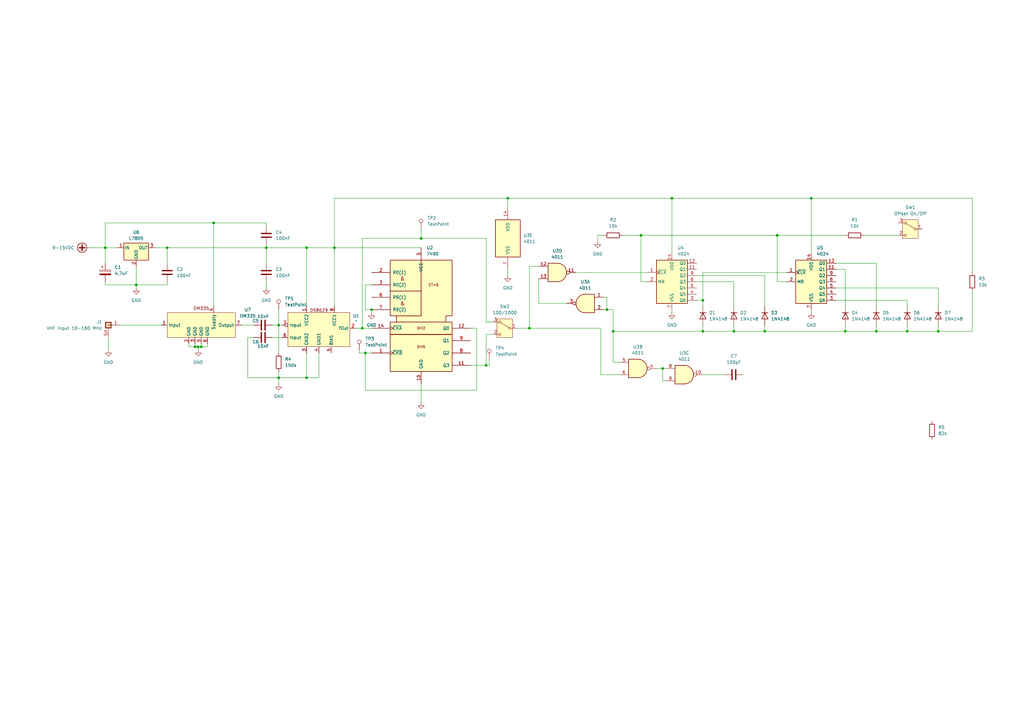
<source format=kicad_sch>
(kicad_sch (version 20231120) (generator "eeschema") (generator_version "8.0")
  (paper "A3")
  (title_block (title "160 - 200 MHz prescaler ") (rev "1") (company "Based on Jan Soelberg 18461"))
  (lib_symbols
    (symbol "4xxx:4011" (pin_names (offset 1.016))
      (property "Reference" "U" (at 0 1.27 0))
      (property "Value" "4011" (at 0 -1.27 0))
      (symbol "4011_1_1"
        (arc (start 0 -3.81) (mid 3.7934 0) (end 0 3.81) (stroke (width 0.254)) (fill (type background)))
        (polyline (pts (xy 0 3.81) (xy -3.81 3.81) (xy -3.81 -3.81) (xy 0 -3.81)) (stroke (width 0.254)) (fill (type background)))
        (pin input line (at -7.62 2.54 0) (length 3.81) (name "~") (number "1"))
        (pin input line (at -7.62 -2.54 0) (length 3.81) (name "~") (number "2"))
        (pin output inverted (at 7.62 0 180) (length 3.81) (name "~") (number "3"))
      )
      (symbol "4011_1_2"
        (arc (start -3.81 -3.81) (mid -2.589 0) (end -3.81 3.81) (stroke (width 0.254)))
        (arc (start -0.6096 -3.81) (mid 2.1842 -2.5851) (end 3.81 0) (stroke (width 0.254)) (fill (type background)))
        (polyline (pts (xy -3.81 -3.81) (xy -0.635 -3.81)) (stroke (width 0.254)) (fill (type background)))
        (polyline (pts (xy -3.81 3.81) (xy -0.635 3.81)) (stroke (width 0.254)) (fill (type background)))
        (polyline (pts (xy -0.635 3.81) (xy -3.81 3.81) (xy -3.81 3.81) (xy -3.556 3.4036) (xy -3.0226 2.2606) (xy -2.6924 1.0414) (xy -2.6162 -0.254) (xy -2.7686 -1.4986) (xy -3.175 -2.7178) (xy -3.81 -3.81) (xy -3.81 -3.81) (xy -0.635 -3.81)) (stroke (width -25.4)) (fill (type background)))
        (arc (start 3.81 0) (mid 2.1915 2.5936) (end -0.6096 3.81) (stroke (width 0.254)) (fill (type background)))
        (pin input inverted (at -7.62 2.54 0) (length 4.318) (name "~") (number "1"))
        (pin input inverted (at -7.62 -2.54 0) (length 4.318) (name "~") (number "2"))
        (pin output line (at 7.62 0 180) (length 3.81) (name "~") (number "3"))
      )
      (symbol "4011_2_1"
        (arc (start 0 -3.81) (mid 3.7934 0) (end 0 3.81) (stroke (width 0.254)) (fill (type background)))
        (polyline (pts (xy 0 3.81) (xy -3.81 3.81) (xy -3.81 -3.81) (xy 0 -3.81)) (stroke (width 0.254)) (fill (type background)))
        (pin output inverted (at 7.62 0 180) (length 3.81) (name "~") (number "4"))
        (pin input line (at -7.62 2.54 0) (length 3.81) (name "~") (number "5"))
        (pin input line (at -7.62 -2.54 0) (length 3.81) (name "~") (number "6"))
      )
      (symbol "4011_2_2"
        (arc (start -3.81 -3.81) (mid -2.589 0) (end -3.81 3.81) (stroke (width 0.254)))
        (arc (start -0.6096 -3.81) (mid 2.1842 -2.5851) (end 3.81 0) (stroke (width 0.254)) (fill (type background)))
        (polyline (pts (xy -3.81 -3.81) (xy -0.635 -3.81)) (stroke (width 0.254)) (fill (type background)))
        (polyline (pts (xy -3.81 3.81) (xy -0.635 3.81)) (stroke (width 0.254)) (fill (type background)))
        (polyline (pts (xy -0.635 3.81) (xy -3.81 3.81) (xy -3.81 3.81) (xy -3.556 3.4036) (xy -3.0226 2.2606) (xy -2.6924 1.0414) (xy -2.6162 -0.254) (xy -2.7686 -1.4986) (xy -3.175 -2.7178) (xy -3.81 -3.81) (xy -3.81 -3.81) (xy -0.635 -3.81)) (stroke (width -25.4)) (fill (type background)))
        (arc (start 3.81 0) (mid 2.1915 2.5936) (end -0.6096 3.81) (stroke (width 0.254)) (fill (type background)))
        (pin output line (at 7.62 0 180) (length 3.81) (name "~") (number "4"))
        (pin input inverted (at -7.62 2.54 0) (length 4.318) (name "~") (number "5"))
        (pin input inverted (at -7.62 -2.54 0) (length 4.318) (name "~") (number "6"))
      )
      (symbol "4011_3_1"
        (arc (start 0 -3.81) (mid 3.7934 0) (end 0 3.81) (stroke (width 0.254)) (fill (type background)))
        (polyline (pts (xy 0 3.81) (xy -3.81 3.81) (xy -3.81 -3.81) (xy 0 -3.81)) (stroke (width 0.254)) (fill (type background)))
        (pin output inverted (at 7.62 0 180) (length 3.81) (name "~") (number "10"))
        (pin input line (at -7.62 2.54 0) (length 3.81) (name "~") (number "8"))
        (pin input line (at -7.62 -2.54 0) (length 3.81) (name "~") (number "9"))
      )
      (symbol "4011_3_2"
        (arc (start -3.81 -3.81) (mid -2.589 0) (end -3.81 3.81) (stroke (width 0.254)))
        (arc (start -0.6096 -3.81) (mid 2.1842 -2.5851) (end 3.81 0) (stroke (width 0.254)) (fill (type background)))
        (polyline (pts (xy -3.81 -3.81) (xy -0.635 -3.81)) (stroke (width 0.254)) (fill (type background)))
        (polyline (pts (xy -3.81 3.81) (xy -0.635 3.81)) (stroke (width 0.254)) (fill (type background)))
        (polyline (pts (xy -0.635 3.81) (xy -3.81 3.81) (xy -3.81 3.81) (xy -3.556 3.4036) (xy -3.0226 2.2606) (xy -2.6924 1.0414) (xy -2.6162 -0.254) (xy -2.7686 -1.4986) (xy -3.175 -2.7178) (xy -3.81 -3.81) (xy -3.81 -3.81) (xy -0.635 -3.81)) (stroke (width -25.4)) (fill (type background)))
        (arc (start 3.81 0) (mid 2.1915 2.5936) (end -0.6096 3.81) (stroke (width 0.254)) (fill (type background)))
        (pin output line (at 7.62 0 180) (length 3.81) (name "~") (number "10"))
        (pin input inverted (at -7.62 2.54 0) (length 4.318) (name "~") (number "8"))
        (pin input inverted (at -7.62 -2.54 0) (length 4.318) (name "~") (number "9"))
      )
      (symbol "4011_4_1"
        (arc (start 0 -3.81) (mid 3.7934 0) (end 0 3.81) (stroke (width 0.254)) (fill (type background)))
        (polyline (pts (xy 0 3.81) (xy -3.81 3.81) (xy -3.81 -3.81) (xy 0 -3.81)) (stroke (width 0.254)) (fill (type background)))
        (pin output inverted (at 7.62 0 180) (length 3.81) (name "~") (number "11"))
        (pin input line (at -7.62 2.54 0) (length 3.81) (name "~") (number "12"))
        (pin input line (at -7.62 -2.54 0) (length 3.81) (name "~") (number "13"))
      )
      (symbol "4011_4_2"
        (arc (start -3.81 -3.81) (mid -2.589 0) (end -3.81 3.81) (stroke (width 0.254)))
        (arc (start -0.6096 -3.81) (mid 2.1842 -2.5851) (end 3.81 0) (stroke (width 0.254)) (fill (type background)))
        (polyline (pts (xy -3.81 -3.81) (xy -0.635 -3.81)) (stroke (width 0.254)) (fill (type background)))
        (polyline (pts (xy -3.81 3.81) (xy -0.635 3.81)) (stroke (width 0.254)) (fill (type background)))
        (polyline (pts (xy -0.635 3.81) (xy -3.81 3.81) (xy -3.81 3.81) (xy -3.556 3.4036) (xy -3.0226 2.2606) (xy -2.6924 1.0414) (xy -2.6162 -0.254) (xy -2.7686 -1.4986) (xy -3.175 -2.7178) (xy -3.81 -3.81) (xy -3.81 -3.81) (xy -0.635 -3.81)) (stroke (width -25.4)) (fill (type background)))
        (arc (start 3.81 0) (mid 2.1915 2.5936) (end -0.6096 3.81) (stroke (width 0.254)) (fill (type background)))
        (pin output line (at 7.62 0 180) (length 3.81) (name "~") (number "11"))
        (pin input inverted (at -7.62 2.54 0) (length 4.318) (name "~") (number "12"))
        (pin input inverted (at -7.62 -2.54 0) (length 4.318) (name "~") (number "13"))
      )
      (symbol "4011_5_0"
        (pin power_in line (at 0 12.7 270) (length 5.08) (name "VDD") (number "14"))
        (pin power_in line (at 0 -12.7 90) (length 5.08) (name "VSS") (number "7"))
      )
      (symbol "4011_5_1"
        (rectangle (start -5.08 7.62) (end 5.08 -7.62) (stroke (width 0.254)) (fill (type background)))
      )
    )
    (symbol "4xxx_IEEE:4024"
      (property "Reference" "U" (at 5.08 11.43 0))
      (property "Value" "4024" (at 10.16 -10.16 0))
      (symbol "4024_0_0"
        (rectangle (start -6.35 10.16) (end 6.35 -7.62) (stroke (width 0.254)) (fill (type background)))
        (pin power_in line (at 0 12.7 270) (length 2.54) (name "VDD") (number "14"))
        (pin power_in line (at 0 -10.16 90) (length 2.54) (name "VSS") (number "7"))
      )
      (symbol "4024_1_1"
        (pin input clock (at -10.16 5.08 0) (length 3.81) (name "~{CLK}") (number "1"))
        (pin output line (at 10.16 6.35 180) (length 3.81) (name "Q1") (number "11"))
        (pin output line (at 10.16 8.89 180) (length 3.81) (name "Q0") (number "12"))
        (pin input line (at -10.16 1.27 0) (length 3.81) (name "MR") (number "2"))
        (pin output line (at 10.16 -6.35 180) (length 3.81) (name "Q6") (number "3"))
        (pin output line (at 10.16 -3.81 180) (length 3.81) (name "Q5") (number "4"))
        (pin output line (at 10.16 -1.27 180) (length 3.81) (name "Q4") (number "5"))
        (pin output line (at 10.16 1.27 180) (length 3.81) (name "Q3") (number "6"))
        (pin output line (at 10.16 3.81 180) (length 3.81) (name "Q2") (number "9"))
      )
    )
    (symbol "74xx_IEEE:7490" (pin_names (offset 1.016))
      (property "Reference" "U" (at 17.78 30.48 0))
      (property "Value" "7490" (at 10.16 -5.08 0))
      (symbol "7490_0_0"
        (rectangle (start -12.7 12.7) (end 12.7 -2.54) (stroke (width 0.254)) (fill (type background)))
        (rectangle (start -12.7 17.78) (end 12.7 12.7) (stroke (width 0.254)) (fill (type background)))
        (polyline (pts (xy 0 30.48) (xy -12.7 30.48) (xy -12.7 30.48)) (stroke (width 0.254)) (fill (type background)))
        (polyline (pts (xy 0 43.18) (xy 0 30.48) (xy 0 30.48)) (stroke (width 0.254)) (fill (type background)))
        (polyline (pts (xy 0 30.48) (xy 0 20.32) (xy -10.16 20.32) (xy -10.16 20.32)) (stroke (width 0.254)) (fill (type background)))
        (polyline (pts (xy -10.16 17.78) (xy -10.16 20.32) (xy -12.7 20.32) (xy -12.7 43.18) (xy 12.7 43.18) (xy 12.7 20.32) (xy 10.16 20.32) (xy 10.16 17.78) (xy 10.16 17.78)) (stroke (width 0.254)) (fill (type background)))
        (text "&" (at -7.62 25.4 0) (effects (font (size 1.524 1.524))))
        (text "&" (at -7.62 35.56 0) (effects (font (size 1.524 1.524))))
        (text "CT=0" (at 5.08 33.02 0) (effects (font (size 1.016 1.016))))
        (text "DIV2" (at 0 15.24 0) (effects (font (size 1.016 1.016))))
        (text "DIV5" (at 0 7.62 0) (effects (font (size 1.016 1.016))))
        (pin power_in line (at 0 -7.62 90) (length 5.08) (name "GND") (number "10"))
        (pin power_in line (at 0 48.26 270) (length 5.08) (name "VCC") (number "5"))
      )
      (symbol "7490_1_1"
        (pin input clock (at -20.32 5.08 0) (length 7.62) (name "~{CKB}") (number "1"))
        (pin output line (at 20.32 0 180) (length 7.62) (name "Q3") (number "11"))
        (pin output line (at 20.32 15.24 180) (length 7.62) (name "Q0") (number "12"))
        (pin input clock (at -20.32 15.24 0) (length 7.62) (name "~{CKA}") (number "14"))
        (pin input line (at -20.32 38.1 0) (length 7.62) (name "R0(1)") (number "2"))
        (pin input line (at -20.32 33.02 0) (length 7.62) (name "R0(2)") (number "3"))
        (pin input line (at -20.32 27.94 0) (length 7.62) (name "R9(1)") (number "6"))
        (pin input line (at -20.32 22.86 0) (length 7.62) (name "R9(2)") (number "7"))
        (pin output line (at 20.32 5.08 180) (length 7.62) (name "Q2") (number "8"))
        (pin output line (at 20.32 10.16 180) (length 7.62) (name "Q1") (number "9"))
      )
    )
    (symbol "Connector:TestPoint" (pin_numbers hide) (pin_names (offset 0.762) hide)
      (property "Reference" "TP" (at 0 6.858 0))
      (property "Value" "TestPoint" (at 0 5.08 0))
      (symbol "TestPoint_0_1"
        (circle (center 0 3.302) (radius 0.762))
      )
      (symbol "TestPoint_1_1"
        (pin passive line (at 0 0 90) (length 2.54) (name "1") (number "1"))
      )
    )
    (symbol "Connector_Generic_Shielded:Conn_01x01_Shielded" (pin_names (offset 1.016) hide)
      (property "Reference" "J" (at 0.254 2.286 0))
      (property "Value" "Conn_01x01_Shielded" (at 1.016 -2.286 0))
      (symbol "Conn_01x01_Shielded_1_1"
        (rectangle (start -1.27 1.27) (end 1.27 -1.27) (stroke (width 0.1524)))
        (rectangle (start -1.016 0.127) (end 0.254 -0.127) (stroke (width 0.1524)))
        (rectangle (start -1.016 1.016) (end 1.016 -1.016) (stroke (width 0.254)) (fill (type background)))
        (pin passive line (at -5.08 0 0) (length 4.064) (name "Pin_1") (number "1"))
        (pin passive line (at 0 -5.08 90) (length 3.81) (name "Shield") (number "SH"))
      )
    )
    (symbol "Device:C" (pin_numbers hide) (pin_names (offset 0.254))
      (property "Reference" "C" (at 0.635 2.54 0))
      (property "Value" "C" (at 0.635 -2.54 0))
      (symbol "C_0_1"
        (polyline (pts (xy -2.032 -0.762) (xy 2.032 -0.762)) (stroke (width 0.508)))
        (polyline (pts (xy -2.032 0.762) (xy 2.032 0.762)) (stroke (width 0.508)))
      )
      (symbol "C_1_1"
        (pin passive line (at 0 3.81 270) (length 2.794) (name "~") (number "1"))
        (pin passive line (at 0 -3.81 90) (length 2.794) (name "~") (number "2"))
      )
    )
    (symbol "Device:C_Polarized" (pin_numbers hide) (pin_names (offset 0.254))
      (property "Reference" "C" (at 0.635 2.54 0))
      (property "Value" "C_Polarized" (at 0.635 -2.54 0))
      (symbol "C_Polarized_0_1"
        (rectangle (start -2.286 0.508) (end 2.286 1.016))
        (polyline (pts (xy -1.778 2.286) (xy -0.762 2.286)))
        (polyline (pts (xy -1.27 2.794) (xy -1.27 1.778)))
        (rectangle (start 2.286 -0.508) (end -2.286 -1.016) (fill (type outline)))
      )
      (symbol "C_Polarized_1_1"
        (pin passive line (at 0 3.81 270) (length 2.794) (name "~") (number "1"))
        (pin passive line (at 0 -3.81 90) (length 2.794) (name "~") (number "2"))
      )
    )
    (symbol "Device:D" (pin_numbers hide) (pin_names (offset 1.016) hide)
      (property "Reference" "D" (at 0 2.54 0))
      (property "Value" "D" (at 0 -2.54 0))
      (symbol "D_0_1"
        (polyline (pts (xy -1.27 1.27) (xy -1.27 -1.27)) (stroke (width 0.254)))
        (polyline (pts (xy 1.27 0) (xy -1.27 0)))
        (polyline (pts (xy 1.27 1.27) (xy 1.27 -1.27) (xy -1.27 0) (xy 1.27 1.27)) (stroke (width 0.254)))
      )
      (symbol "D_1_1"
        (pin passive line (at -3.81 0 0) (length 2.54) (name "K") (number "1"))
        (pin passive line (at 3.81 0 180) (length 2.54) (name "A") (number "2"))
      )
    )
    (symbol "Device:R" (pin_numbers hide) (pin_names (offset 0))
      (property "Reference" "R" (at 2.032 0 90))
      (property "Value" "R" (at 0 0 90))
      (symbol "R_0_1"
        (rectangle (start -1.016 -2.54) (end 1.016 2.54) (stroke (width 0.254)))
      )
      (symbol "R_1_1"
        (pin passive line (at 0 3.81 270) (length 1.27) (name "~") (number "1"))
        (pin passive line (at 0 -3.81 90) (length 1.27) (name "~") (number "2"))
      )
    )
    (symbol "Regulator_Linear:L7805" (pin_names (offset 0.254))
      (property "Reference" "U" (at -3.81 3.175 0))
      (property "Value" "L7805" (at 0 3.175 0))
      (symbol "L7805_0_1"
        (rectangle (start -5.08 1.905) (end 5.08 -5.08) (stroke (width 0.254)) (fill (type background)))
      )
      (symbol "L7805_1_1"
        (pin power_in line (at -7.62 0 0) (length 2.54) (name "IN") (number "1"))
        (pin power_in line (at 0 -7.62 90) (length 2.54) (name "GND") (number "2"))
        (pin power_out line (at 7.62 0 180) (length 2.54) (name "OUT") (number "3"))
      )
    )
    (symbol "Switch:SW_SPDT_312" (pin_names (offset 1) hide)
      (property "Reference" "SW" (at 0 5.08 0))
      (property "Value" "SW_SPDT_312" (at 0 -5.08 0))
      (symbol "SW_SPDT_312_0_1"
        (circle (center -2.032 0) (radius 0.4572))
        (polyline (pts (xy -1.651 0.254) (xy 1.651 2.286)))
        (circle (center 2.032 -2.54) (radius 0.4572))
        (circle (center 2.032 2.54) (radius 0.4572))
      )
      (symbol "SW_SPDT_312_1_1"
        (rectangle (start -3.175 3.81) (end 3.175 -3.81) (fill (type background)))
        (pin passive line (at -5.08 0 0) (length 2.54) (name "B") (number "1"))
        (pin passive line (at 5.08 -2.54 180) (length 2.54) (name "C") (number "2"))
        (pin passive line (at 5.08 2.54 180) (length 2.54) (name "A") (number "3"))
      )
    )
    (symbol "gos:DS8629"
      (property "Reference" "U" (at 0 2.794 0))
      (symbol "DS8629_1_1"
        (rectangle (start -12.7 0) (end 12.7 -13.97) (fill (type background)))
        (text "DS8629" (at 0 1.016 0) (effects (font (size 1.27 1.27))))
        (pin power_in line (at -5.08 2.54 270) (length 2.54) (name "VCC2") (number "1"))
        (pin output line (at 15.24 -6.35 180) (length 2.54) (name "fOut") (number "2"))
        (pin power_in line (at -5.08 -16.51 90) (length 2.54) (name "GND2") (number "3"))
        (pin power_in line (at 0 -16.51 90) (length 2.54) (name "GND1") (number "4"))
        (pin input line (at 5.08 -16.51 90) (length 2.54) (name "BIAS") (number "5"))
        (pin input line (at -15.24 -10.16 0) (length 2.54) (name "Input") (number "6"))
        (pin input inverted (at -15.24 -5.08 0) (length 2.54) (name "Input") (number "7"))
        (pin power_in line (at 6.35 2.54 270) (length 2.54) (name "VCC1") (number "8"))
      )
    )
    (symbol "gos:OM335"
      (property "Reference" "U" (at 0 8.636 0))
      (property "Value" "OM335" (at 0 2.54 0))
      (symbol "OM335_1_1"
        (rectangle (start -13.97 5.08) (end 13.97 -5.08) (fill (type background)))
        (text "OM335" (at 0 6.858 0) (effects (font (size 1.27 1.27))))
        (pin input line (at -16.51 0 0) (length 2.54) (name "Input") (number "1"))
        (pin power_in line (at -5.08 -7.62 90) (length 2.54) (name "GND") (number "2"))
        (pin power_in line (at -2.54 -7.62 90) (length 2.54) (name "GND") (number "3"))
        (pin power_in line (at 5.08 7.62 270) (length 2.54) (name "Supply") (number "4"))
        (pin power_in line (at 0 -7.62 90) (length 2.54) (name "GND") (number "5"))
        (pin power_in line (at 2.54 -7.62 90) (length 2.54) (name "GND") (number "6"))
        (pin output line (at 16.51 0 180) (length 2.54) (name "Output") (number "7"))
      )
    )
    (symbol "power:+VDC" (power) (pin_numbers hide) (pin_names (offset 0) hide)
      (property "Value" "+VDC" (at 0 6.35 0))
      (symbol "+VDC_0_1"
        (polyline (pts (xy -1.143 3.175) (xy 1.143 3.175)) (stroke (width 0.508)))
        (polyline (pts (xy 0 0) (xy 0 1.27)))
        (polyline (pts (xy 0 2.032) (xy 0 4.318)) (stroke (width 0.508)))
        (circle (center 0 3.175) (radius 1.905) (stroke (width 0.254)))
      )
      (symbol "+VDC_1_1"
        (pin power_in line (at 0 0 90) (length 0) (name "~") (number "1"))
      )
    )
    (symbol "power:GND" (power) (pin_numbers hide) (pin_names (offset 0) hide)
      (property "Value" "GND" (at 0 -3.81 0))
      (symbol "GND_0_1"
        (polyline (pts (xy 0 0) (xy 0 -1.27) (xy 1.27 -1.27) (xy 0 -2.54) (xy -1.27 -1.27) (xy 0 -1.27)))
      )
      (symbol "GND_1_1"
        (pin power_in line (at 0 0 270) (length 0) (name "~") (number "1"))
      )
    )
  )
  (junction (at 137.16 101.6))
  (junction (at 109.22 101.6))
  (junction (at 332.74 81.28))
  (junction (at 114.3 154.94))
  (junction (at 152.4 127))
  (junction (at 82.55 142.24))
  (junction (at 114.3 133.35))
  (junction (at 318.77 96.52))
  (junction (at 125.73 154.94))
  (junction (at 275.59 81.28))
  (junction (at 384.81 135.89))
  (junction (at 288.29 135.89))
  (junction (at 43.18 101.6))
  (junction (at 208.28 81.28))
  (junction (at 80.01 142.24))
  (junction (at 359.41 135.89))
  (junction (at 217.17 134.62))
  (junction (at 248.92 127))
  (junction (at 81.28 142.24))
  (junction (at 251.46 135.89))
  (junction (at 149.86 144.78))
  (junction (at 55.88 116.84))
  (junction (at 68.58 101.6))
  (junction (at 199.39 149.86))
  (junction (at 172.72 97.79))
  (junction (at 313.69 135.89))
  (junction (at 288.29 123.19))
  (junction (at 125.73 101.6))
  (junction (at 300.99 135.89))
  (junction (at 148.59 134.62))
  (junction (at 262.89 96.52))
  (junction (at 346.71 135.89))
  (junction (at 87.63 91.44))
  (junction (at 372.11 135.89))
  (junction (at 271.78 151.13))
  (wire (pts (xy 148.59 134.62) (xy 152.4 134.62)))
  (wire (pts (xy 109.22 91.44) (xy 87.63 91.44)))
  (wire (pts (xy 212.09 134.62) (xy 217.17 134.62)))
  (wire (pts (xy 248.92 121.92) (xy 248.92 127)))
  (wire (pts (xy 208.28 85.09) (xy 208.28 81.28)))
  (wire (pts (xy 130.81 144.78) (xy 130.81 154.94)))
  (wire (pts (xy 300.99 115.57) (xy 285.75 115.57)))
  (wire (pts (xy 262.89 115.57) (xy 262.89 96.52)))
  (wire (pts (xy 87.63 91.44) (xy 87.63 125.73)))
  (wire (pts (xy 48.26 101.6) (xy 43.18 101.6)))
  (wire (pts (xy 288.29 133.35) (xy 288.29 135.89)))
  (wire (pts (xy 275.59 127) (xy 275.59 128.27)))
  (wire (pts (xy 137.16 101.6) (xy 172.72 101.6)))
  (wire (pts (xy 384.81 118.11) (xy 342.9 118.11)))
  (wire (pts (xy 81.28 142.24) (xy 81.28 143.51)))
  (wire (pts (xy 247.65 96.52) (xy 245.11 96.52)))
  (wire (pts (xy 195.58 160.02) (xy 195.58 134.62)))
  (wire (pts (xy 43.18 101.6) (xy 43.18 107.95)))
  (wire (pts (xy 172.72 93.98) (xy 172.72 97.79)))
  (wire (pts (xy 199.39 149.86) (xy 199.39 137.16)))
  (wire (pts (xy 208.28 110.49) (xy 208.28 113.03)))
  (wire (pts (xy 359.41 107.95) (xy 342.9 107.95)))
  (wire (pts (xy 49.53 133.35) (xy 66.04 133.35)))
  (wire (pts (xy 137.16 81.28) (xy 208.28 81.28)))
  (wire (pts (xy 68.58 115.57) (xy 68.58 116.84)))
  (wire (pts (xy 199.39 132.08) (xy 199.39 97.79)))
  (wire (pts (xy 109.22 115.57) (xy 109.22 118.11)))
  (wire (pts (xy 384.81 135.89) (xy 384.81 133.35)))
  (wire (pts (xy 354.33 96.52) (xy 368.3 96.52)))
  (wire (pts (xy 55.88 109.22) (xy 55.88 116.84)))
  (wire (pts (xy 372.11 123.19) (xy 342.9 123.19)))
  (wire (pts (xy 288.29 111.76) (xy 288.29 123.19)))
  (wire (pts (xy 149.86 127) (xy 152.4 127)))
  (wire (pts (xy 313.69 135.89) (xy 313.69 133.35)))
  (wire (pts (xy 372.11 125.73) (xy 372.11 123.19)))
  (wire (pts (xy 109.22 100.33) (xy 109.22 101.6)))
  (wire (pts (xy 81.28 142.24) (xy 80.01 142.24)))
  (wire (pts (xy 313.69 135.89) (xy 346.71 135.89)))
  (wire (pts (xy 273.05 156.21) (xy 271.78 156.21)))
  (wire (pts (xy 300.99 133.35) (xy 300.99 135.89)))
  (wire (pts (xy 318.77 115.57) (xy 318.77 96.52)))
  (wire (pts (xy 288.29 153.67) (xy 297.18 153.67)))
  (wire (pts (xy 36.83 101.6) (xy 43.18 101.6)))
  (wire (pts (xy 82.55 140.97) (xy 82.55 142.24)))
  (wire (pts (xy 271.78 156.21) (xy 271.78 151.13)))
  (wire (pts (xy 193.04 149.86) (xy 199.39 149.86)))
  (wire (pts (xy 80.01 140.97) (xy 80.01 142.24)))
  (wire (pts (xy 251.46 135.89) (xy 288.29 135.89)))
  (wire (pts (xy 137.16 101.6) (xy 125.73 101.6)))
  (wire (pts (xy 137.16 101.6) (xy 137.16 81.28)))
  (wire (pts (xy 217.17 134.62) (xy 217.17 109.22)))
  (wire (pts (xy 398.78 135.89) (xy 384.81 135.89)))
  (wire (pts (xy 109.22 101.6) (xy 109.22 107.95)))
  (wire (pts (xy 318.77 96.52) (xy 262.89 96.52)))
  (wire (pts (xy 125.73 101.6) (xy 125.73 125.73)))
  (wire (pts (xy 217.17 109.22) (xy 220.98 109.22)))
  (wire (pts (xy 43.18 116.84) (xy 55.88 116.84)))
  (wire (pts (xy 130.81 154.94) (xy 125.73 154.94)))
  (wire (pts (xy 346.71 133.35) (xy 346.71 135.89)))
  (wire (pts (xy 200.66 149.86) (xy 199.39 149.86)))
  (wire (pts (xy 104.14 138.43) (xy 101.6 138.43)))
  (wire (pts (xy 248.92 127) (xy 251.46 127)))
  (wire (pts (xy 125.73 154.94) (xy 114.3 154.94)))
  (wire (pts (xy 199.39 137.16) (xy 201.93 137.16)))
  (wire (pts (xy 201.93 132.08) (xy 199.39 132.08)))
  (wire (pts (xy 195.58 134.62) (xy 193.04 134.62)))
  (wire (pts (xy 68.58 101.6) (xy 109.22 101.6)))
  (wire (pts (xy 85.09 140.97) (xy 85.09 142.24)))
  (wire (pts (xy 285.75 113.03) (xy 313.69 113.03)))
  (wire (pts (xy 247.65 127) (xy 248.92 127)))
  (wire (pts (xy 332.74 127) (xy 332.74 128.27)))
  (wire (pts (xy 247.65 121.92) (xy 248.92 121.92)))
  (wire (pts (xy 220.98 124.46) (xy 232.41 124.46)))
  (wire (pts (xy 318.77 96.52) (xy 346.71 96.52)))
  (wire (pts (xy 359.41 133.35) (xy 359.41 135.89)))
  (wire (pts (xy 245.11 96.52) (xy 245.11 99.06)))
  (wire (pts (xy 114.3 127) (xy 114.3 133.35)))
  (wire (pts (xy 82.55 142.24) (xy 81.28 142.24)))
  (wire (pts (xy 322.58 115.57) (xy 318.77 115.57)))
  (wire (pts (xy 251.46 127) (xy 251.46 135.89)))
  (wire (pts (xy 300.99 125.73) (xy 300.99 115.57)))
  (wire (pts (xy 236.22 111.76) (xy 265.43 111.76)))
  (wire (pts (xy 114.3 133.35) (xy 115.57 133.35)))
  (wire (pts (xy 111.76 133.35) (xy 114.3 133.35)))
  (wire (pts (xy 149.86 116.84) (xy 149.86 127)))
  (wire (pts (xy 137.16 125.73) (xy 137.16 101.6)))
  (wire (pts (xy 265.43 115.57) (xy 262.89 115.57)))
  (wire (pts (xy 172.72 97.79) (xy 148.59 97.79)))
  (wire (pts (xy 332.74 104.14) (xy 332.74 81.28)))
  (wire (pts (xy 43.18 101.6) (xy 43.18 91.44)))
  (wire (pts (xy 147.32 144.78) (xy 149.86 144.78)))
  (wire (pts (xy 254 153.67) (xy 246.38 153.67)))
  (wire (pts (xy 111.76 138.43) (xy 115.57 138.43)))
  (wire (pts (xy 114.3 133.35) (xy 114.3 144.78)))
  (wire (pts (xy 147.32 143.51) (xy 147.32 144.78)))
  (wire (pts (xy 109.22 92.71) (xy 109.22 91.44)))
  (wire (pts (xy 200.66 147.32) (xy 200.66 149.86)))
  (wire (pts (xy 384.81 125.73) (xy 384.81 118.11)))
  (wire (pts (xy 125.73 144.78) (xy 125.73 154.94)))
  (wire (pts (xy 99.06 133.35) (xy 104.14 133.35)))
  (wire (pts (xy 398.78 119.38) (xy 398.78 135.89)))
  (wire (pts (xy 271.78 151.13) (xy 273.05 151.13)))
  (wire (pts (xy 68.58 101.6) (xy 68.58 107.95)))
  (wire (pts (xy 80.01 142.24) (xy 77.47 142.24)))
  (wire (pts (xy 172.72 157.48) (xy 172.72 165.1)))
  (wire (pts (xy 346.71 110.49) (xy 342.9 110.49)))
  (wire (pts (xy 152.4 116.84) (xy 149.86 116.84)))
  (wire (pts (xy 288.29 135.89) (xy 300.99 135.89)))
  (wire (pts (xy 208.28 81.28) (xy 275.59 81.28)))
  (wire (pts (xy 322.58 111.76) (xy 288.29 111.76)))
  (wire (pts (xy 44.45 138.43) (xy 44.45 143.51)))
  (wire (pts (xy 152.4 144.78) (xy 149.86 144.78)))
  (wire (pts (xy 359.41 135.89) (xy 372.11 135.89)))
  (wire (pts (xy 146.05 134.62) (xy 148.59 134.62)))
  (wire (pts (xy 220.98 114.3) (xy 220.98 124.46)))
  (wire (pts (xy 332.74 81.28) (xy 275.59 81.28)))
  (wire (pts (xy 275.59 81.28) (xy 275.59 104.14)))
  (wire (pts (xy 269.24 151.13) (xy 271.78 151.13)))
  (wire (pts (xy 85.09 142.24) (xy 82.55 142.24)))
  (wire (pts (xy 300.99 135.89) (xy 313.69 135.89)))
  (wire (pts (xy 372.11 133.35) (xy 372.11 135.89)))
  (wire (pts (xy 332.74 81.28) (xy 398.78 81.28)))
  (wire (pts (xy 114.3 154.94) (xy 114.3 152.4)))
  (wire (pts (xy 68.58 116.84) (xy 55.88 116.84)))
  (wire (pts (xy 359.41 125.73) (xy 359.41 107.95)))
  (wire (pts (xy 148.59 97.79) (xy 148.59 134.62)))
  (wire (pts (xy 43.18 115.57) (xy 43.18 116.84)))
  (wire (pts (xy 398.78 81.28) (xy 398.78 111.76)))
  (wire (pts (xy 346.71 125.73) (xy 346.71 110.49)))
  (wire (pts (xy 109.22 101.6) (xy 125.73 101.6)))
  (wire (pts (xy 63.5 101.6) (xy 68.58 101.6)))
  (wire (pts (xy 149.86 144.78) (xy 149.86 160.02)))
  (wire (pts (xy 152.4 127) (xy 152.4 128.27)))
  (wire (pts (xy 288.29 123.19) (xy 285.75 123.19)))
  (wire (pts (xy 101.6 138.43) (xy 101.6 154.94)))
  (wire (pts (xy 246.38 153.67) (xy 246.38 134.62)))
  (wire (pts (xy 101.6 154.94) (xy 114.3 154.94)))
  (wire (pts (xy 114.3 154.94) (xy 114.3 157.48)))
  (wire (pts (xy 346.71 135.89) (xy 359.41 135.89)))
  (wire (pts (xy 372.11 135.89) (xy 384.81 135.89)))
  (wire (pts (xy 149.86 160.02) (xy 195.58 160.02)))
  (wire (pts (xy 288.29 125.73) (xy 288.29 123.19)))
  (wire (pts (xy 251.46 148.59) (xy 254 148.59)))
  (wire (pts (xy 199.39 97.79) (xy 172.72 97.79)))
  (wire (pts (xy 246.38 134.62) (xy 217.17 134.62)))
  (wire (pts (xy 251.46 135.89) (xy 251.46 148.59)))
  (wire (pts (xy 77.47 142.24) (xy 77.47 140.97)))
  (wire (pts (xy 313.69 113.03) (xy 313.69 125.73)))
  (wire (pts (xy 43.18 91.44) (xy 87.63 91.44)))
  (wire (pts (xy 262.89 96.52) (xy 255.27 96.52)))
  (wire (pts (xy 55.88 116.84) (xy 55.88 118.11)))
  (symbol (lib_id "power:GND") (at 245.11 99.06 0) (unit 1)
    (property "Reference" "#PWR012" (effects (hide yes)))
    (property "Value" "GND" (at 245.11 104.14 0))
    (property "Description" "Power symbol creates a global label with name \"GND\" , ground" (effects (hide yes)))
  )
  (symbol (lib_id "74xx_IEEE:7490") (at 172.72 149.86 0) (unit 1)
    (property "Reference" "U2" (at 174.9141 101.6 0) (effects (justify left)))
    (property "Value" "7490" (at 174.9141 104.14 0) (effects (justify left)))
  )
  (symbol (lib_id "4xxx_IEEE:4024") (at 332.74 116.84 0) (unit 1)
    (property "Reference" "U5" (at 334.9341 101.6 0) (effects (justify left)))
    (property "Value" "4024" (at 334.9341 104.14 0) (effects (justify left)))
  )
  (symbol (lib_id "Device:D") (at 300.99 129.54 270) (unit 1)
    (property "Reference" "D2" (at 303.53 128.2699 90) (effects (justify left)))
    (property "Value" "1N4148" (at 303.53 130.8099 90) (effects (justify left)))
    (property "Description" "Diode" (effects (hide yes)))
    (property "Sim.Device" "D" (effects (hide yes)))
    (property "Sim.Pins" "1=K 2=A" (effects (hide yes)))
  )
  (symbol (lib_id "Connector:TestPoint") (at 200.66 147.32 0) (unit 1)
    (property "Reference" "TP4" (at 203.2 142.7479 0) (effects (justify left)))
    (property "Value" "TestPoint" (at 203.2 145.2879 0) (effects (justify left)))
    (property "Description" "test point" (effects (hide yes)))
  )
  (symbol (lib_id "gos:OM335") (at 82.55 133.35 0) (unit 1)
    (property "Reference" "U7" (at 101.6 127.0314 0))
    (property "Value" "OM335" (at 101.6 129.5714 0))
    (property "Footprint" "gos:OM335" (effects (hide yes)))
    (property "Description" "Hybrid VHF/UHF Wide-Band Amplifier" (effects (hide yes)))
  )
  (symbol (lib_id "Regulator_Linear:L7805") (at 55.88 101.6 0) (unit 1)
    (property "Reference" "U6" (at 55.88 95.25 0))
    (property "Value" "L7805" (at 55.88 97.79 0))
    (property "Datasheet" "http://www.st.com/content/ccc/resource/technical/document/datasheet/41/4f/b3/b0/12/d4/47/88/CD00000444.pdf/files/CD00000444.pdf/jcr:content/translations/en.CD00000444.pdf" (effects (hide yes)))
    (property "Description" "Positive 1.5A 35V Linear Regulator, Fixed Output 5V, TO-220/TO-263/TO-252" (effects (hide yes)))
  )
  (symbol (lib_id "power:GND") (at 275.59 128.27 0) (unit 1)
    (property "Reference" "#PWR010" (effects (hide yes)))
    (property "Value" "GND" (at 275.59 133.35 0))
    (property "Description" "Power symbol creates a global label with name \"GND\" , ground" (effects (hide yes)))
  )
  (symbol (lib_id "power:GND") (at 109.22 118.11 0) (unit 1)
    (property "Reference" "#PWR05" (effects (hide yes)))
    (property "Value" "GND" (at 109.22 123.19 0))
    (property "Description" "Power symbol creates a global label with name \"GND\" , ground" (effects (hide yes)))
  )
  (symbol (lib_id "Device:C_Polarized") (at 43.18 111.76 0) (unit 1)
    (property "Reference" "C1" (at 46.99 109.6009 0) (effects (justify left)))
    (property "Value" "4,7uF" (at 46.99 112.1409 0) (effects (justify left)))
    (property "Description" "Polarized capacitor" (effects (hide yes)))
  )
  (symbol (lib_id "Device:R") (at 398.78 115.57 0) (unit 1)
    (property "Reference" "R3" (at 401.32 114.2999 0) (effects (justify left)))
    (property "Value" "10k" (at 401.32 116.8399 0) (effects (justify left)))
    (property "Description" "Resistor" (effects (hide yes)))
  )
  (symbol (lib_id "Device:D") (at 346.71 129.54 270) (unit 1)
    (property "Reference" "D4" (at 349.25 128.2699 90) (effects (justify left)))
    (property "Value" "1N4148" (at 349.25 130.8099 90) (effects (justify left)))
    (property "Description" "Diode" (effects (hide yes)))
    (property "Sim.Device" "D" (effects (hide yes)))
    (property "Sim.Pins" "1=K 2=A" (effects (hide yes)))
  )
  (symbol (lib_id "power:GND") (at 172.72 165.1 0) (unit 1)
    (property "Reference" "#PWR07" (effects (hide yes)))
    (property "Value" "GND" (at 172.72 170.18 0))
    (property "Description" "Power symbol creates a global label with name \"GND\" , ground" (effects (hide yes)))
  )
  (symbol (lib_id "power:GND") (at 152.4 128.27 0) (unit 1)
    (property "Reference" "#PWR08" (effects (hide yes)))
    (property "Value" "GND" (at 152.4 133.35 0))
    (property "Description" "Power symbol creates a global label with name \"GND\" , ground" (effects (hide yes)))
  )
  (symbol (lib_id "4xxx:4011") (at 240.03 124.46 0) (mirror y) (unit 1)
    (property "Reference" "U3" (at 240.0383 115.57 0))
    (property "Value" "4011" (at 240.0383 118.11 0))
    (property "Datasheet" "http://www.intersil.com/content/dam/Intersil/documents/cd40/cd4011bms-12bms-23bms.pdf" (effects (hide yes)))
    (property "Description" "Quad Nand 2 inputs" (effects (hide yes)))
  )
  (symbol (lib_id "power:GND") (at 55.88 118.11 0) (unit 1)
    (property "Reference" "#PWR01" (effects (hide yes)))
    (property "Value" "GND" (at 55.88 123.19 0))
    (property "Description" "Power symbol creates a global label with name \"GND\" , ground" (effects (hide yes)))
  )
  (symbol (lib_id "Device:R") (at 114.3 148.59 0) (unit 1)
    (property "Reference" "R4" (at 116.84 147.3199 0) (effects (justify left)))
    (property "Value" "150k" (at 116.84 149.8599 0) (effects (justify left)))
    (property "Description" "Resistor" (effects (hide yes)))
  )
  (symbol (lib_id "4xxx:4011") (at 228.6 111.76 0) (unit 4)
    (property "Reference" "U3" (at 228.5917 102.87 0))
    (property "Value" "4011" (at 228.5917 105.41 0))
    (property "Datasheet" "http://www.intersil.com/content/dam/Intersil/documents/cd40/cd4011bms-12bms-23bms.pdf" (effects (hide yes)))
    (property "Description" "Quad Nand 2 inputs" (effects (hide yes)))
  )
  (symbol (lib_id "Device:R") (at 382.27 176.53 0) (unit 1)
    (property "Reference" "R5" (at 384.81 175.2599 0) (effects (justify left)))
    (property "Value" "82k" (at 384.81 177.7999 0) (effects (justify left)))
    (property "Description" "Resistor" (effects (hide yes)))
  )
  (symbol (lib_id "Switch:SW_SPDT_312") (at 207.01 134.62 0) (mirror y) (unit 1)
    (property "Reference" "SW2" (at 207.01 125.73 0))
    (property "Value" "100/1000" (at 207.01 128.27 0))
    (property "Description" "Switch, single pole double throw" (effects (hide yes)))
  )
  (symbol (lib_id "4xxx_IEEE:4024") (at 275.59 116.84 0) (unit 1)
    (property "Reference" "U4" (at 277.7841 101.6 0) (effects (justify left)))
    (property "Value" "4024" (at 277.7841 104.14 0) (effects (justify left)))
  )
  (symbol (lib_id "power:GND") (at 81.28 143.51 0) (unit 1)
    (property "Reference" "#PWR04" (effects (hide yes)))
    (property "Value" "GND" (at 81.28 148.59 0))
    (property "Description" "Power symbol creates a global label with name \"GND\" , ground" (effects (hide yes)))
  )
  (symbol (lib_id "Device:C") (at 107.95 133.35 90) (unit 1)
    (property "Reference" "C5" (at 104.902 131.572 90))
    (property "Value" "10nF" (at 107.95 129.794 90))
    (property "Description" "Unpolarized capacitor" (effects (hide yes)))
  )
  (symbol (lib_id "power:+VDC") (at 36.83 101.6 90) (unit 1)
    (property "Reference" "#PWR02" (effects (hide yes)))
    (property "Value" "9-15VDC" (at 30.48 101.5999 90) (effects (justify left)))
    (property "Description" "Power symbol creates a global label with name \"+VDC\"" (effects (hide yes)))
  )
  (symbol (lib_id "Device:D") (at 288.29 129.54 270) (unit 1)
    (property "Reference" "D1" (at 290.83 128.2699 90) (effects (justify left)))
    (property "Value" "1N4148" (at 290.83 130.8099 90) (effects (justify left)))
    (property "Description" "Diode" (effects (hide yes)))
    (property "Sim.Device" "D" (effects (hide yes)))
    (property "Sim.Pins" "1=K 2=A" (effects (hide yes)))
  )
  (symbol (lib_id "power:GND") (at 114.3 157.48 0) (unit 1)
    (property "Reference" "#PWR06" (effects (hide yes)))
    (property "Value" "GND" (at 114.3 162.56 0))
    (property "Description" "Power symbol creates a global label with name \"GND\" , ground" (effects (hide yes)))
  )
  (symbol (lib_id "Device:D") (at 359.41 129.54 270) (unit 1)
    (property "Reference" "D5" (at 361.95 128.2699 90) (effects (justify left)))
    (property "Value" "1N4148" (at 361.95 130.8099 90) (effects (justify left)))
    (property "Description" "Diode" (effects (hide yes)))
    (property "Sim.Device" "D" (effects (hide yes)))
    (property "Sim.Pins" "1=K 2=A" (effects (hide yes)))
  )
  (symbol (lib_id "Connector:TestPoint") (at 172.72 93.98 0) (unit 1)
    (property "Reference" "TP2" (at 175.26 89.4079 0) (effects (justify left)))
    (property "Value" "TestPoint" (at 175.26 91.9479 0) (effects (justify left)))
    (property "Description" "test point" (effects (hide yes)))
  )
  (symbol (lib_id "4xxx:4011") (at 261.62 151.13 0) (unit 2)
    (property "Reference" "U3" (at 261.6117 142.24 0))
    (property "Value" "4011" (at 261.6117 144.78 0))
    (property "Datasheet" "http://www.intersil.com/content/dam/Intersil/documents/cd40/cd4011bms-12bms-23bms.pdf" (effects (hide yes)))
    (property "Description" "Quad Nand 2 inputs" (effects (hide yes)))
  )
  (symbol (lib_id "Device:R") (at 350.52 96.52 90) (unit 1)
    (property "Reference" "R1" (at 350.52 90.17 90))
    (property "Value" "10k" (at 350.52 92.71 90))
    (property "Description" "Resistor" (effects (hide yes)))
  )
  (symbol (lib_id "Device:D") (at 313.69 129.54 270) (unit 1)
    (property "Reference" "D3" (at 316.23 128.2699 90) (effects (justify left)))
    (property "Value" "1N4148" (at 316.23 130.8099 90) (effects (justify left)))
    (property "Description" "Diode" (effects (hide yes)))
    (property "Sim.Device" "D" (effects (hide yes)))
    (property "Sim.Pins" "1=K 2=A" (effects (hide yes)))
  )
  (symbol (lib_id "Device:C") (at 107.95 138.43 90) (unit 1)
    (property "Reference" "C6" (at 104.902 140.208 90))
    (property "Value" "10nF" (at 107.95 141.986 90))
    (property "Description" "Unpolarized capacitor" (effects (hide yes)))
  )
  (symbol (lib_id "Device:D") (at 372.11 129.54 270) (unit 1)
    (property "Reference" "D6" (at 374.65 128.2699 90) (effects (justify left)))
    (property "Value" "1N4148" (at 374.65 130.8099 90) (effects (justify left)))
    (property "Description" "Diode" (effects (hide yes)))
    (property "Sim.Device" "D" (effects (hide yes)))
    (property "Sim.Pins" "1=K 2=A" (effects (hide yes)))
  )
  (symbol (lib_id "Connector_Generic_Shielded:Conn_01x01_Shielded") (at 44.45 133.35 0) (mirror y) (unit 1)
    (property "Reference" "J1" (at 41.91 132.0799 0) (effects (justify left)))
    (property "Value" "VHF input 10-160 MHz" (at 41.91 134.6199 0) (effects (justify left)))
    (property "Description" "Generic shielded connector, single row, 01x01, script generated (kicad-library-utils/schlib/autogen/connector/)" (effects (hide yes)))
  )
  (symbol (lib_id "Device:C") (at 68.58 111.76 0) (unit 1)
    (property "Reference" "C2" (at 72.39 110.4899 0) (effects (justify left)))
    (property "Value" "100nF" (at 72.39 113.0299 0) (effects (justify left)))
    (property "Description" "Unpolarized capacitor" (effects (hide yes)))
  )
  (symbol (lib_id "4xxx:4011") (at 280.67 153.67 0) (unit 3)
    (property "Reference" "U3" (at 280.6617 144.78 0))
    (property "Value" "4011" (at 280.6617 147.32 0))
    (property "Datasheet" "http://www.intersil.com/content/dam/Intersil/documents/cd40/cd4011bms-12bms-23bms.pdf" (effects (hide yes)))
    (property "Description" "Quad Nand 2 inputs" (effects (hide yes)))
  )
  (symbol (lib_id "Connector:TestPoint") (at 114.3 127 0) (unit 1)
    (property "Reference" "TP1" (at 116.84 122.4279 0) (effects (justify left)))
    (property "Value" "TestPoint" (at 116.84 124.9679 0) (effects (justify left)))
    (property "Description" "test point" (effects (hide yes)))
  )
  (symbol (lib_id "Device:C") (at 109.22 96.52 0) (unit 1)
    (property "Reference" "C4" (at 113.03 95.2499 0) (effects (justify left)))
    (property "Value" "100nF" (at 113.03 97.7899 0) (effects (justify left)))
    (property "Description" "Unpolarized capacitor" (effects (hide yes)))
  )
  (symbol (lib_id "4xxx:4011") (at 208.28 97.79 0) (unit 5)
    (property "Reference" "U3" (at 214.63 96.5199 0) (effects (justify left)))
    (property "Value" "4011" (at 214.63 99.0599 0) (effects (justify left)))
    (property "Datasheet" "http://www.intersil.com/content/dam/Intersil/documents/cd40/cd4011bms-12bms-23bms.pdf" (effects (hide yes)))
    (property "Description" "Quad Nand 2 inputs" (effects (hide yes)))
  )
  (symbol (lib_id "power:GND") (at 208.28 113.03 0) (unit 1)
    (property "Reference" "#PWR09" (effects (hide yes)))
    (property "Value" "GND" (at 208.28 118.11 0))
    (property "Description" "Power symbol creates a global label with name \"GND\" , ground" (effects (hide yes)))
  )
  (symbol (lib_id "Device:C") (at 300.99 153.67 90) (unit 1)
    (property "Reference" "C7" (at 300.99 146.05 90))
    (property "Value" "100pF" (at 300.99 148.59 90))
    (property "Description" "Unpolarized capacitor" (effects (hide yes)))
  )
  (symbol (lib_id "Connector:TestPoint") (at 147.32 143.51 0) (unit 1)
    (property "Reference" "TP3" (at 149.86 138.9379 0) (effects (justify left)))
    (property "Value" "TestPoint" (at 149.86 141.4779 0) (effects (justify left)))
    (property "Description" "test point" (effects (hide yes)))
  )
  (symbol (lib_id "Switch:SW_SPDT_312") (at 373.38 93.98 0) (mirror y) (unit 1)
    (property "Reference" "SW1" (at 373.38 85.09 0))
    (property "Value" "Offset On/Off" (at 373.38 87.63 0))
    (property "Description" "Switch, single pole double throw" (effects (hide yes)))
  )
  (symbol (lib_id "power:GND") (at 332.74 128.27 0) (unit 1)
    (property "Reference" "#PWR011" (effects (hide yes)))
    (property "Value" "GND" (at 332.74 133.35 0))
    (property "Description" "Power symbol creates a global label with name \"GND\" , ground" (effects (hide yes)))
  )
  (symbol (lib_id "Device:C") (at 109.22 111.76 0) (unit 1)
    (property "Reference" "C3" (at 113.03 110.4899 0) (effects (justify left)))
    (property "Value" "100nF" (at 113.03 113.0299 0) (effects (justify left)))
    (property "Description" "Unpolarized capacitor" (effects (hide yes)))
  )
  (symbol (lib_id "gos:DS8629") (at 130.81 128.27 0) (unit 1)
    (property "Reference" "U1" (at 146.05 129.5714 0))
    (property "Value" "~" (at 146.05 131.4765 0))
    (property "Description" "120 MHz Divide by 100 Prescaler" (effects (hide yes)))
  )
  (symbol (lib_id "Device:R") (at 251.46 96.52 90) (unit 1)
    (property "Reference" "R2" (at 251.46 90.17 90))
    (property "Value" "10k" (at 251.46 92.71 90))
    (property "Description" "Resistor" (effects (hide yes)))
  )
  (symbol (lib_id "Device:D") (at 384.81 129.54 270) (unit 1)
    (property "Reference" "D7" (at 387.35 128.2699 90) (effects (justify left)))
    (property "Value" "1N4148" (at 387.35 130.8099 90) (effects (justify left)))
    (property "Description" "Diode" (effects (hide yes)))
    (property "Sim.Device" "D" (effects (hide yes)))
    (property "Sim.Pins" "1=K 2=A" (effects (hide yes)))
  )
  (symbol (lib_id "power:GND") (at 44.45 143.51 0) (unit 1)
    (property "Reference" "#PWR03" (effects (hide yes)))
    (property "Value" "GND" (at 44.45 148.59 0))
    (property "Description" "Power symbol creates a global label with name \"GND\" , ground" (effects (hide yes)))
  )
)
</source>
